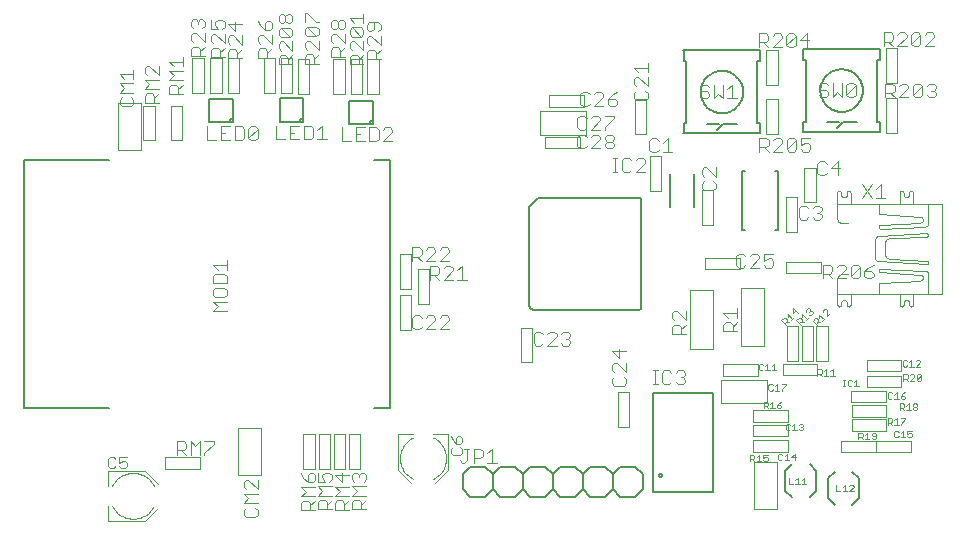
<source format=gto>
G75*
G70*
%OFA0B0*%
%FSLAX24Y24*%
%IPPOS*%
%LPD*%
%AMOC8*
5,1,8,0,0,1.08239X$1,22.5*
%
%ADD10C,0.0050*%
%ADD11C,0.0040*%
%ADD12C,0.0020*%
%ADD13C,0.0080*%
%ADD14C,0.0030*%
D10*
X012061Y012634D02*
X012602Y012634D01*
X012602Y004366D01*
X012061Y004366D01*
X003252Y012634D02*
X000398Y012634D01*
X000398Y004366D01*
X003252Y004366D01*
X017535Y011370D02*
X020880Y011370D01*
X020897Y011368D01*
X020914Y011364D01*
X020930Y011357D01*
X020944Y011347D01*
X020957Y011334D01*
X020967Y011320D01*
X020974Y011304D01*
X020978Y011287D01*
X020980Y011270D01*
X020980Y007730D01*
X020978Y007713D01*
X020974Y007696D01*
X020967Y007680D01*
X020957Y007666D01*
X020944Y007653D01*
X020930Y007643D01*
X020914Y007636D01*
X020897Y007632D01*
X020880Y007630D01*
X017437Y007630D01*
X017411Y007632D01*
X017386Y007637D01*
X017362Y007645D01*
X017338Y007656D01*
X017317Y007671D01*
X017298Y007688D01*
X017281Y007707D01*
X017266Y007729D01*
X017255Y007752D01*
X017247Y007776D01*
X017242Y007801D01*
X017240Y007827D01*
X017240Y011075D01*
X017535Y011370D01*
X026379Y013562D02*
X028941Y013562D01*
X028941Y016330D02*
X026379Y016330D01*
X026953Y014940D02*
X026955Y014993D01*
X026961Y015045D01*
X026971Y015097D01*
X026984Y015148D01*
X027002Y015198D01*
X027023Y015247D01*
X027048Y015294D01*
X027076Y015338D01*
X027107Y015381D01*
X027142Y015421D01*
X027179Y015458D01*
X027219Y015493D01*
X027262Y015524D01*
X027307Y015552D01*
X027353Y015577D01*
X027402Y015598D01*
X027452Y015616D01*
X027503Y015629D01*
X027555Y015639D01*
X027607Y015645D01*
X027660Y015647D01*
X027713Y015645D01*
X027765Y015639D01*
X027817Y015629D01*
X027868Y015616D01*
X027918Y015598D01*
X027967Y015577D01*
X028014Y015552D01*
X028058Y015524D01*
X028101Y015493D01*
X028141Y015458D01*
X028178Y015421D01*
X028213Y015381D01*
X028244Y015338D01*
X028272Y015293D01*
X028297Y015247D01*
X028318Y015198D01*
X028336Y015148D01*
X028349Y015097D01*
X028359Y015045D01*
X028365Y014993D01*
X028367Y014940D01*
X028365Y014887D01*
X028359Y014835D01*
X028349Y014783D01*
X028336Y014732D01*
X028318Y014682D01*
X028297Y014633D01*
X028272Y014586D01*
X028244Y014542D01*
X028213Y014499D01*
X028178Y014459D01*
X028141Y014422D01*
X028101Y014387D01*
X028058Y014356D01*
X028013Y014328D01*
X027967Y014303D01*
X027918Y014282D01*
X027868Y014264D01*
X027817Y014251D01*
X027765Y014241D01*
X027713Y014235D01*
X027660Y014233D01*
X027607Y014235D01*
X027555Y014241D01*
X027503Y014251D01*
X027452Y014264D01*
X027402Y014282D01*
X027353Y014303D01*
X027306Y014328D01*
X027262Y014356D01*
X027219Y014387D01*
X027179Y014422D01*
X027142Y014459D01*
X027107Y014499D01*
X027076Y014542D01*
X027048Y014587D01*
X027023Y014633D01*
X027002Y014682D01*
X026984Y014732D01*
X026971Y014783D01*
X026961Y014835D01*
X026955Y014887D01*
X026953Y014940D01*
X026380Y016318D02*
X026380Y015973D01*
X026479Y015973D01*
X026479Y013907D01*
X026380Y013907D01*
X026380Y013562D01*
X028940Y016318D02*
X028940Y015973D01*
X028841Y015973D01*
X028841Y013907D01*
X028940Y013907D01*
X028940Y013562D01*
X028160Y013890D02*
X027710Y013890D01*
X027510Y013690D01*
X027560Y013890D02*
X027160Y013890D01*
X024951Y013512D02*
X022389Y013512D01*
X022389Y016280D02*
X024951Y016280D01*
X022963Y014890D02*
X022965Y014943D01*
X022971Y014995D01*
X022981Y015047D01*
X022994Y015098D01*
X023012Y015148D01*
X023033Y015197D01*
X023058Y015244D01*
X023086Y015288D01*
X023117Y015331D01*
X023152Y015371D01*
X023189Y015408D01*
X023229Y015443D01*
X023272Y015474D01*
X023317Y015502D01*
X023363Y015527D01*
X023412Y015548D01*
X023462Y015566D01*
X023513Y015579D01*
X023565Y015589D01*
X023617Y015595D01*
X023670Y015597D01*
X023723Y015595D01*
X023775Y015589D01*
X023827Y015579D01*
X023878Y015566D01*
X023928Y015548D01*
X023977Y015527D01*
X024024Y015502D01*
X024068Y015474D01*
X024111Y015443D01*
X024151Y015408D01*
X024188Y015371D01*
X024223Y015331D01*
X024254Y015288D01*
X024282Y015243D01*
X024307Y015197D01*
X024328Y015148D01*
X024346Y015098D01*
X024359Y015047D01*
X024369Y014995D01*
X024375Y014943D01*
X024377Y014890D01*
X024375Y014837D01*
X024369Y014785D01*
X024359Y014733D01*
X024346Y014682D01*
X024328Y014632D01*
X024307Y014583D01*
X024282Y014536D01*
X024254Y014492D01*
X024223Y014449D01*
X024188Y014409D01*
X024151Y014372D01*
X024111Y014337D01*
X024068Y014306D01*
X024023Y014278D01*
X023977Y014253D01*
X023928Y014232D01*
X023878Y014214D01*
X023827Y014201D01*
X023775Y014191D01*
X023723Y014185D01*
X023670Y014183D01*
X023617Y014185D01*
X023565Y014191D01*
X023513Y014201D01*
X023462Y014214D01*
X023412Y014232D01*
X023363Y014253D01*
X023316Y014278D01*
X023272Y014306D01*
X023229Y014337D01*
X023189Y014372D01*
X023152Y014409D01*
X023117Y014449D01*
X023086Y014492D01*
X023058Y014537D01*
X023033Y014583D01*
X023012Y014632D01*
X022994Y014682D01*
X022981Y014733D01*
X022971Y014785D01*
X022965Y014837D01*
X022963Y014890D01*
X022390Y016268D02*
X022390Y015923D01*
X022489Y015923D01*
X022489Y013857D01*
X022390Y013857D01*
X022390Y013512D01*
X024950Y016268D02*
X024950Y015923D01*
X024851Y015923D01*
X024851Y013857D01*
X024950Y013857D01*
X024950Y013512D01*
X024170Y013840D02*
X023720Y013840D01*
X023520Y013640D01*
X023570Y013840D02*
X023170Y013840D01*
X007374Y014674D02*
X007374Y013985D01*
X007374Y013886D01*
X007275Y013886D01*
X006586Y013886D01*
X006586Y014674D01*
X007374Y014674D01*
X007374Y013985D02*
X007275Y013985D01*
X007275Y013886D01*
X009714Y014694D02*
X009714Y014005D01*
X009714Y013906D01*
X009615Y013906D01*
X008926Y013906D01*
X008926Y014694D01*
X009714Y014694D01*
X009714Y014005D02*
X009615Y014005D01*
X009615Y013906D01*
X012034Y014604D02*
X012034Y013915D01*
X012034Y013816D01*
X011935Y013816D01*
X011246Y013816D01*
X011246Y014604D01*
X012034Y014604D01*
X012034Y013915D02*
X011935Y013915D01*
X011935Y013816D01*
X026595Y002481D02*
X026812Y002265D01*
X026812Y001595D01*
X026595Y001379D01*
X026005Y001379D02*
X025788Y001595D01*
X025788Y002265D01*
X026005Y002481D01*
X028015Y002231D02*
X028232Y002015D01*
X028232Y001345D01*
X028015Y001129D01*
X027425Y001129D02*
X027208Y001345D01*
X027208Y002015D01*
X027425Y002231D01*
X021380Y001570D02*
X021380Y004870D01*
X023380Y004870D01*
X023380Y001570D01*
X021380Y001570D01*
X021580Y002120D02*
X021582Y002133D01*
X021587Y002146D01*
X021596Y002157D01*
X021607Y002164D01*
X021620Y002169D01*
X021633Y002170D01*
X021647Y002167D01*
X021659Y002161D01*
X021669Y002152D01*
X021676Y002140D01*
X021680Y002127D01*
X021680Y002113D01*
X021676Y002100D01*
X021669Y002088D01*
X021659Y002079D01*
X021647Y002073D01*
X021633Y002070D01*
X021620Y002071D01*
X021607Y002076D01*
X021596Y002083D01*
X021587Y002094D01*
X021582Y002107D01*
X021580Y002120D01*
X024448Y010306D02*
X024349Y010306D01*
X024349Y012274D01*
X024448Y012274D01*
X025432Y012274D02*
X025531Y012274D01*
X025531Y010306D01*
X025432Y010306D01*
X022744Y011069D02*
X022744Y012151D01*
X021956Y012151D02*
X021956Y011069D01*
D11*
X007166Y007592D02*
X006706Y007592D01*
X006859Y007745D01*
X006706Y007898D01*
X007166Y007898D01*
X006706Y008282D02*
X006706Y008129D01*
X006782Y008052D01*
X007089Y008052D01*
X007166Y008129D01*
X007166Y008282D01*
X007089Y008359D01*
X006782Y008359D01*
X006706Y008282D01*
X006706Y008512D02*
X007166Y008512D01*
X007166Y008742D01*
X007089Y008819D01*
X006782Y008819D01*
X006706Y008742D01*
X006706Y008512D01*
X006859Y008973D02*
X006706Y009126D01*
X007166Y009126D01*
X007166Y008973D02*
X007166Y009279D01*
X020031Y012226D02*
X020184Y012226D01*
X020108Y012226D02*
X020108Y012686D01*
X020184Y012686D02*
X020031Y012686D01*
X020645Y012610D02*
X020568Y012686D01*
X020415Y012686D01*
X020338Y012610D01*
X020338Y012303D01*
X020415Y012226D01*
X020568Y012226D01*
X020645Y012303D01*
X021105Y012226D02*
X020798Y012226D01*
X021105Y012533D01*
X021105Y012610D01*
X021028Y012686D01*
X020875Y012686D01*
X020798Y012610D01*
X031020Y008172D02*
X027516Y008172D01*
X027516Y008668D01*
X027518Y008690D01*
X027523Y008712D01*
X027532Y008733D01*
X027543Y008752D01*
X027558Y008769D01*
X027575Y008784D01*
X027594Y008795D01*
X027615Y008804D01*
X027637Y008809D01*
X027659Y008811D01*
X027659Y008812D02*
X027869Y008812D01*
X027885Y010528D02*
X027654Y010528D01*
X027632Y010530D01*
X027611Y010535D01*
X027591Y010543D01*
X027573Y010554D01*
X027556Y010568D01*
X027542Y010585D01*
X027531Y010603D01*
X027523Y010623D01*
X027518Y010644D01*
X027516Y010666D01*
X027516Y011169D01*
X029596Y011169D01*
X031020Y011169D01*
X031020Y008172D01*
X027516Y011169D02*
X027516Y011538D01*
X027515Y011539D02*
X027516Y011552D01*
X027521Y011565D01*
X027528Y011577D01*
X027538Y011587D01*
X027550Y011594D01*
X027563Y011599D01*
X027576Y011600D01*
X027576Y011599D02*
X027576Y011599D01*
X027591Y011597D01*
X027605Y011592D01*
X027617Y011585D01*
X027628Y011574D01*
X027635Y011562D01*
X027640Y011548D01*
X027642Y011533D01*
X027643Y011533D02*
X027643Y011472D01*
X027645Y011455D01*
X027650Y011438D01*
X027658Y011423D01*
X027669Y011410D01*
X027682Y011399D01*
X027697Y011391D01*
X027714Y011386D01*
X027731Y011384D01*
X027742Y011384D01*
X027759Y011386D01*
X027776Y011391D01*
X027791Y011399D01*
X027804Y011410D01*
X027815Y011423D01*
X027823Y011438D01*
X027828Y011455D01*
X027830Y011472D01*
X027830Y011538D01*
X027832Y011552D01*
X027836Y011564D01*
X027843Y011576D01*
X027853Y011586D01*
X027865Y011593D01*
X027877Y011597D01*
X027891Y011599D01*
X027906Y011597D01*
X027920Y011592D01*
X027932Y011585D01*
X027943Y011574D01*
X027950Y011562D01*
X027955Y011548D01*
X027957Y011533D01*
X027957Y011191D01*
X029596Y011169D02*
X029596Y011538D01*
X029597Y011539D02*
X029598Y011552D01*
X029603Y011565D01*
X029610Y011576D01*
X029620Y011586D01*
X029631Y011593D01*
X029644Y011598D01*
X029657Y011599D01*
X029657Y011599D01*
X029672Y011597D01*
X029686Y011592D01*
X029698Y011585D01*
X029709Y011574D01*
X029716Y011562D01*
X029721Y011548D01*
X029723Y011533D01*
X029723Y011472D01*
X029724Y011472D02*
X029726Y011455D01*
X029731Y011438D01*
X029739Y011423D01*
X029750Y011410D01*
X029763Y011399D01*
X029778Y011391D01*
X029795Y011386D01*
X029812Y011384D01*
X029823Y011384D01*
X029840Y011386D01*
X029857Y011391D01*
X029872Y011399D01*
X029885Y011410D01*
X029896Y011423D01*
X029904Y011438D01*
X029909Y011455D01*
X029911Y011472D01*
X029911Y011538D01*
X029913Y011552D01*
X029917Y011564D01*
X029924Y011576D01*
X029934Y011586D01*
X029946Y011593D01*
X029958Y011597D01*
X029972Y011599D01*
X029987Y011597D01*
X030001Y011592D01*
X030013Y011585D01*
X030024Y011574D01*
X030031Y011562D01*
X030036Y011548D01*
X030038Y011533D01*
X030038Y011191D01*
X030038Y008172D02*
X030038Y007802D01*
X030037Y007802D02*
X030036Y007789D01*
X030031Y007776D01*
X030024Y007765D01*
X030014Y007755D01*
X030003Y007748D01*
X029990Y007743D01*
X029977Y007742D01*
X029977Y007741D02*
X029977Y007741D01*
X029962Y007743D01*
X029948Y007748D01*
X029936Y007755D01*
X029925Y007766D01*
X029918Y007778D01*
X029913Y007792D01*
X029911Y007807D01*
X029911Y007868D01*
X029909Y007885D01*
X029904Y007902D01*
X029896Y007917D01*
X029885Y007930D01*
X029872Y007941D01*
X029857Y007949D01*
X029840Y007954D01*
X029823Y007956D01*
X029812Y007956D01*
X029795Y007954D01*
X029778Y007949D01*
X029763Y007941D01*
X029750Y007930D01*
X029739Y007917D01*
X029731Y007902D01*
X029726Y007885D01*
X029724Y007868D01*
X029723Y007868D02*
X029723Y007802D01*
X029724Y007802D02*
X029722Y007788D01*
X029718Y007776D01*
X029711Y007764D01*
X029701Y007754D01*
X029689Y007747D01*
X029677Y007743D01*
X029663Y007741D01*
X029648Y007743D01*
X029634Y007748D01*
X029622Y007755D01*
X029611Y007766D01*
X029604Y007778D01*
X029599Y007792D01*
X029597Y007807D01*
X029596Y007807D02*
X029596Y008150D01*
X027957Y008172D02*
X027957Y007802D01*
X027958Y007802D02*
X027956Y007789D01*
X027952Y007776D01*
X027945Y007764D01*
X027935Y007754D01*
X027923Y007747D01*
X027910Y007742D01*
X027897Y007741D01*
X027896Y007741D02*
X027896Y007741D01*
X027881Y007743D01*
X027867Y007748D01*
X027855Y007755D01*
X027844Y007766D01*
X027837Y007778D01*
X027832Y007792D01*
X027830Y007807D01*
X027830Y007868D01*
X027828Y007885D01*
X027823Y007902D01*
X027815Y007917D01*
X027804Y007930D01*
X027791Y007941D01*
X027776Y007949D01*
X027759Y007954D01*
X027742Y007956D01*
X027731Y007956D01*
X027714Y007954D01*
X027697Y007949D01*
X027682Y007941D01*
X027669Y007930D01*
X027658Y007917D01*
X027650Y007902D01*
X027645Y007885D01*
X027643Y007868D01*
X027643Y007802D01*
X027641Y007788D01*
X027637Y007776D01*
X027630Y007764D01*
X027620Y007754D01*
X027608Y007747D01*
X027596Y007743D01*
X027582Y007741D01*
X027567Y007743D01*
X027553Y007748D01*
X027541Y007755D01*
X027530Y007766D01*
X027523Y007778D01*
X027518Y007792D01*
X027516Y007807D01*
X027516Y008177D01*
X030551Y008194D02*
X030551Y008801D01*
X030549Y008823D01*
X030544Y008844D01*
X030536Y008864D01*
X030525Y008882D01*
X030511Y008899D01*
X030494Y008913D01*
X030476Y008924D01*
X030456Y008932D01*
X030435Y008937D01*
X030413Y008939D01*
X030397Y008939D01*
X028951Y009005D01*
X028937Y009004D01*
X028923Y009000D01*
X028912Y008992D01*
X028902Y008982D01*
X028895Y008970D01*
X028891Y008957D01*
X028890Y008943D01*
X028893Y008929D01*
X028899Y008916D01*
X028907Y008906D01*
X028919Y008897D01*
X028931Y008891D01*
X028945Y008889D01*
X030281Y008801D01*
X030280Y008801D02*
X030299Y008798D01*
X030316Y008791D01*
X030332Y008782D01*
X030346Y008769D01*
X030357Y008754D01*
X030365Y008738D01*
X030370Y008720D01*
X030371Y008701D01*
X030369Y008683D01*
X030363Y008665D01*
X030354Y008649D01*
X030342Y008635D01*
X030327Y008623D01*
X030311Y008614D01*
X030293Y008609D01*
X030275Y008607D01*
X030275Y008608D02*
X028934Y008519D01*
X028922Y008517D01*
X028911Y008511D01*
X028902Y008503D01*
X028895Y008493D01*
X028891Y008482D01*
X028890Y008470D01*
X028890Y008194D01*
X028907Y009242D02*
X028886Y009244D01*
X028866Y009249D01*
X028847Y009257D01*
X028829Y009267D01*
X028813Y009281D01*
X028799Y009297D01*
X028789Y009315D01*
X028781Y009334D01*
X028776Y009354D01*
X028774Y009375D01*
X028906Y009242D02*
X030491Y009160D01*
X030490Y009159D02*
X030504Y009160D01*
X030517Y009165D01*
X030528Y009173D01*
X030537Y009183D01*
X030543Y009196D01*
X030546Y009209D01*
X030545Y009223D01*
X030540Y009236D01*
X030532Y009247D01*
X030522Y009256D01*
X030509Y009262D01*
X030496Y009265D01*
X030496Y009264D02*
X029271Y009331D01*
X029247Y009333D01*
X029223Y009338D01*
X029200Y009346D01*
X029179Y009358D01*
X029159Y009373D01*
X029142Y009390D01*
X029127Y009410D01*
X029115Y009431D01*
X029107Y009454D01*
X029102Y009478D01*
X029100Y009502D01*
X029100Y009849D01*
X029099Y009849D02*
X029101Y009873D01*
X029106Y009896D01*
X029114Y009918D01*
X029125Y009939D01*
X029140Y009958D01*
X029156Y009974D01*
X029175Y009989D01*
X029196Y010000D01*
X029218Y010008D01*
X029241Y010013D01*
X029265Y010015D01*
X029293Y010015D01*
X030491Y010070D01*
X030504Y010072D01*
X030517Y010078D01*
X030528Y010087D01*
X030536Y010098D01*
X030541Y010111D01*
X030543Y010125D01*
X030541Y010139D01*
X030536Y010152D01*
X030528Y010163D01*
X030517Y010172D01*
X030504Y010178D01*
X030491Y010180D01*
X030491Y010181D02*
X028918Y010098D01*
X028895Y010096D01*
X028874Y010091D01*
X028853Y010082D01*
X028833Y010070D01*
X028816Y010056D01*
X028802Y010039D01*
X028790Y010019D01*
X028781Y009998D01*
X028776Y009977D01*
X028774Y009954D01*
X028774Y009375D01*
X030551Y011147D02*
X030551Y010539D01*
X030549Y010517D01*
X030544Y010496D01*
X030536Y010476D01*
X030525Y010458D01*
X030511Y010441D01*
X030494Y010427D01*
X030476Y010416D01*
X030456Y010408D01*
X030435Y010403D01*
X030413Y010401D01*
X030397Y010401D01*
X028951Y010335D01*
X028937Y010336D01*
X028923Y010340D01*
X028912Y010348D01*
X028902Y010358D01*
X028895Y010370D01*
X028891Y010383D01*
X028890Y010397D01*
X028893Y010411D01*
X028899Y010424D01*
X028907Y010434D01*
X028919Y010443D01*
X028931Y010449D01*
X028945Y010451D01*
X030281Y010539D01*
X030280Y010539D02*
X030299Y010542D01*
X030316Y010549D01*
X030332Y010558D01*
X030346Y010571D01*
X030357Y010586D01*
X030365Y010602D01*
X030370Y010620D01*
X030371Y010639D01*
X030369Y010657D01*
X030363Y010675D01*
X030354Y010691D01*
X030342Y010705D01*
X030327Y010717D01*
X030311Y010726D01*
X030293Y010731D01*
X030275Y010733D01*
X028934Y010821D01*
X028922Y010823D01*
X028911Y010829D01*
X028902Y010837D01*
X028895Y010847D01*
X028891Y010858D01*
X028890Y010870D01*
X028890Y010871D02*
X028890Y011147D01*
X028657Y011350D02*
X028350Y011810D01*
X028657Y011810D02*
X028350Y011350D01*
X028810Y011657D02*
X028964Y011810D01*
X028964Y011350D01*
X029117Y011350D02*
X028810Y011350D01*
X027207Y015114D02*
X027130Y015190D01*
X026977Y015190D01*
X026900Y015114D01*
X026900Y015037D01*
X026977Y014960D01*
X027130Y014960D01*
X027207Y014883D01*
X027207Y014807D01*
X027130Y014730D01*
X026977Y014730D01*
X026900Y014807D01*
X027360Y015190D02*
X027360Y014730D01*
X027514Y014883D01*
X027667Y014730D01*
X027667Y015190D01*
X027821Y014807D02*
X027821Y015114D01*
X027897Y015190D01*
X028051Y015190D01*
X028128Y015114D01*
X028128Y014807D01*
X028051Y014730D01*
X027897Y014730D01*
X027821Y014807D01*
X028128Y015114D01*
X023237Y015064D02*
X023160Y015140D01*
X023007Y015140D01*
X022930Y015064D01*
X022930Y014987D01*
X023007Y014910D01*
X023160Y014910D01*
X023237Y014833D01*
X023237Y014757D01*
X023160Y014680D01*
X023007Y014680D01*
X022930Y014757D01*
X023390Y015140D02*
X023390Y014680D01*
X023544Y014833D01*
X023697Y014680D01*
X023697Y015140D01*
X023851Y014987D02*
X024004Y015140D01*
X024004Y014680D01*
X023851Y014680D02*
X024158Y014680D01*
X006507Y013752D02*
X006507Y013291D01*
X006814Y013291D01*
X007274Y013752D02*
X006967Y013752D01*
X006967Y013291D01*
X007274Y013291D01*
X007121Y013521D02*
X006967Y013521D01*
X007428Y013752D02*
X007428Y013291D01*
X007658Y013291D01*
X007735Y013368D01*
X007735Y013675D01*
X007658Y013752D01*
X007428Y013752D01*
X007888Y013368D02*
X007888Y013675D01*
X007965Y013752D01*
X008118Y013752D01*
X008195Y013675D01*
X008195Y013368D01*
X008118Y013291D01*
X007965Y013291D01*
X007888Y013368D01*
X008195Y013675D01*
X008807Y013772D02*
X008807Y013311D01*
X009114Y013311D01*
X009574Y013772D02*
X009267Y013772D01*
X009267Y013311D01*
X009574Y013311D01*
X009421Y013541D02*
X009267Y013541D01*
X009728Y013772D02*
X009728Y013311D01*
X009958Y013311D01*
X010035Y013388D01*
X010035Y013695D01*
X009958Y013772D01*
X009728Y013772D01*
X010188Y013618D02*
X010342Y013772D01*
X010342Y013311D01*
X010495Y013311D02*
X010188Y013311D01*
X010997Y013712D02*
X010997Y013251D01*
X011304Y013251D01*
X011764Y013712D02*
X011457Y013712D01*
X011457Y013251D01*
X011764Y013251D01*
X011611Y013481D02*
X011457Y013481D01*
X011918Y013712D02*
X011918Y013251D01*
X012148Y013251D01*
X012225Y013328D01*
X012225Y013635D01*
X012148Y013712D01*
X011918Y013712D01*
X012685Y013251D02*
X012378Y013251D01*
X012685Y013558D01*
X012685Y013635D01*
X012608Y013712D01*
X012455Y013712D01*
X012378Y013635D01*
X014930Y002617D02*
X015007Y002540D01*
X015083Y002540D01*
X015160Y002617D01*
X015160Y003000D01*
X015083Y003000D02*
X015237Y003000D01*
X015390Y002540D02*
X015390Y003000D01*
X015621Y003000D01*
X015697Y002924D01*
X015697Y002770D01*
X015621Y002693D01*
X015390Y002693D01*
X015851Y002847D02*
X016004Y003000D01*
X016004Y002540D01*
X015851Y002540D02*
X016158Y002540D01*
X013930Y008640D02*
X013930Y009100D01*
X014160Y009100D01*
X014237Y009024D01*
X014237Y008870D01*
X014160Y008793D01*
X013930Y008793D01*
X014083Y008793D02*
X014237Y008640D01*
X014697Y008640D02*
X014390Y008640D01*
X014697Y008947D01*
X014697Y009024D01*
X014621Y009100D01*
X014467Y009100D01*
X014390Y009024D01*
X014851Y008947D02*
X015004Y009100D01*
X015004Y008640D01*
X014851Y008640D02*
X015158Y008640D01*
X013350Y009250D02*
X013350Y009710D01*
X013580Y009710D01*
X013657Y009634D01*
X013657Y009480D01*
X013580Y009403D01*
X013350Y009403D01*
X013503Y009403D02*
X013657Y009250D01*
X014117Y009250D02*
X013810Y009250D01*
X014117Y009557D01*
X014117Y009634D01*
X014041Y009710D01*
X013887Y009710D01*
X013810Y009634D01*
X014578Y009250D02*
X014271Y009250D01*
X014578Y009557D01*
X014578Y009634D01*
X014501Y009710D01*
X014347Y009710D01*
X014271Y009634D01*
X020806Y014937D02*
X020730Y014860D01*
X020730Y014707D01*
X020806Y014630D01*
X021113Y014630D01*
X021190Y014707D01*
X021190Y014860D01*
X021113Y014937D01*
X021190Y015397D02*
X021190Y015090D01*
X020883Y015397D01*
X020806Y015397D01*
X020730Y015321D01*
X020730Y015167D01*
X020806Y015090D01*
X020883Y015551D02*
X020730Y015704D01*
X021190Y015704D01*
X021190Y015551D02*
X021190Y015858D01*
X013657Y007374D02*
X013580Y007450D01*
X013427Y007450D01*
X013350Y007374D01*
X013350Y007067D01*
X013427Y006990D01*
X013580Y006990D01*
X013657Y007067D01*
X014117Y006990D02*
X013810Y006990D01*
X014117Y007297D01*
X014117Y007374D01*
X014041Y007450D01*
X013887Y007450D01*
X013810Y007374D01*
X014578Y006990D02*
X014271Y006990D01*
X014578Y007297D01*
X014578Y007374D01*
X014501Y007450D01*
X014347Y007450D01*
X014271Y007374D01*
X017697Y006824D02*
X017620Y006900D01*
X017467Y006900D01*
X017390Y006824D01*
X017390Y006517D01*
X017467Y006440D01*
X017620Y006440D01*
X017697Y006517D01*
X018157Y006440D02*
X017850Y006440D01*
X018157Y006747D01*
X018157Y006824D01*
X018081Y006900D01*
X017927Y006900D01*
X017850Y006824D01*
X018311Y006824D02*
X018387Y006900D01*
X018541Y006900D01*
X018618Y006824D01*
X018618Y006747D01*
X018541Y006670D01*
X018464Y006670D01*
X018541Y006670D02*
X018618Y006593D01*
X018618Y006517D01*
X018541Y006440D01*
X018387Y006440D01*
X018311Y006517D01*
X020086Y005407D02*
X020010Y005330D01*
X020010Y005177D01*
X020086Y005100D01*
X020393Y005100D01*
X020470Y005177D01*
X020470Y005330D01*
X020393Y005407D01*
X020470Y005867D02*
X020470Y005560D01*
X020163Y005867D01*
X020086Y005867D01*
X020010Y005791D01*
X020010Y005637D01*
X020086Y005560D01*
X020470Y006251D02*
X020010Y006251D01*
X020240Y006021D01*
X020240Y006328D01*
X024456Y009424D02*
X024379Y009500D01*
X024226Y009500D01*
X024149Y009424D01*
X024149Y009117D01*
X024226Y009040D01*
X024379Y009040D01*
X024456Y009117D01*
X024916Y009040D02*
X024609Y009040D01*
X024916Y009347D01*
X024916Y009424D01*
X024839Y009500D01*
X024686Y009500D01*
X024609Y009424D01*
X025376Y009500D02*
X025070Y009500D01*
X025070Y009270D01*
X025223Y009347D01*
X025300Y009347D01*
X025376Y009270D01*
X025376Y009117D01*
X025300Y009040D01*
X025146Y009040D01*
X025070Y009117D01*
X019257Y014814D02*
X019180Y014890D01*
X019027Y014890D01*
X018950Y014814D01*
X018950Y014507D01*
X019027Y014430D01*
X019180Y014430D01*
X019257Y014507D01*
X019717Y014430D02*
X019410Y014430D01*
X019717Y014737D01*
X019717Y014814D01*
X019641Y014890D01*
X019487Y014890D01*
X019410Y014814D01*
X020178Y014890D02*
X020024Y014814D01*
X019871Y014660D01*
X019871Y014507D01*
X019947Y014430D01*
X020101Y014430D01*
X020178Y014507D01*
X020178Y014583D01*
X020101Y014660D01*
X019871Y014660D01*
X019157Y014024D02*
X019080Y014100D01*
X018927Y014100D01*
X018850Y014024D01*
X018850Y013717D01*
X018927Y013640D01*
X019080Y013640D01*
X019157Y013717D01*
X019617Y013640D02*
X019310Y013640D01*
X019617Y013947D01*
X019617Y014024D01*
X019541Y014100D01*
X019387Y014100D01*
X019310Y014024D01*
X019771Y014100D02*
X020078Y014100D01*
X020078Y014024D01*
X019771Y013717D01*
X019771Y013640D01*
X019157Y013394D02*
X019080Y013470D01*
X018927Y013470D01*
X018850Y013394D01*
X018850Y013087D01*
X018927Y013010D01*
X019080Y013010D01*
X019157Y013087D01*
X019617Y013010D02*
X019310Y013010D01*
X019617Y013317D01*
X019617Y013394D01*
X019541Y013470D01*
X019387Y013470D01*
X019310Y013394D01*
X019771Y013394D02*
X019847Y013470D01*
X020001Y013470D01*
X020078Y013394D01*
X020078Y013317D01*
X020001Y013240D01*
X020078Y013163D01*
X020078Y013087D01*
X020001Y013010D01*
X019847Y013010D01*
X019771Y013087D01*
X019771Y013163D01*
X019847Y013240D01*
X019771Y013317D01*
X019771Y013394D01*
X019847Y013240D02*
X020001Y013240D01*
X011800Y000979D02*
X011340Y000979D01*
X011340Y001209D01*
X011416Y001286D01*
X011570Y001286D01*
X011647Y001209D01*
X011647Y000979D01*
X011647Y001132D02*
X011800Y001286D01*
X011800Y001439D02*
X011340Y001439D01*
X011493Y001593D01*
X011340Y001746D01*
X011800Y001746D01*
X011416Y001900D02*
X011340Y001976D01*
X011340Y002130D01*
X011416Y002206D01*
X011493Y002206D01*
X011570Y002130D01*
X011570Y002053D01*
X011570Y002130D02*
X011647Y002206D01*
X011723Y002206D01*
X011800Y002130D01*
X011800Y001976D01*
X011723Y001900D01*
X011230Y000969D02*
X010770Y000969D01*
X010770Y001199D01*
X010846Y001276D01*
X011000Y001276D01*
X011077Y001199D01*
X011077Y000969D01*
X011077Y001122D02*
X011230Y001276D01*
X011230Y001429D02*
X010770Y001429D01*
X010923Y001583D01*
X010770Y001736D01*
X011230Y001736D01*
X011230Y002120D02*
X010770Y002120D01*
X011000Y001890D01*
X011000Y002196D01*
X010660Y000979D02*
X010200Y000979D01*
X010200Y001209D01*
X010276Y001286D01*
X010430Y001286D01*
X010507Y001209D01*
X010507Y000979D01*
X010507Y001132D02*
X010660Y001286D01*
X010660Y001439D02*
X010200Y001439D01*
X010353Y001593D01*
X010200Y001746D01*
X010660Y001746D01*
X010200Y002206D02*
X010200Y001900D01*
X010430Y001900D01*
X010353Y002053D01*
X010353Y002130D01*
X010430Y002206D01*
X010583Y002206D01*
X010660Y002130D01*
X010660Y001976D01*
X010583Y001900D01*
X010100Y000959D02*
X009640Y000959D01*
X009640Y001189D01*
X009716Y001266D01*
X009870Y001266D01*
X009947Y001189D01*
X009947Y000959D01*
X009947Y001112D02*
X010100Y001266D01*
X010100Y001419D02*
X009640Y001419D01*
X009793Y001573D01*
X009640Y001726D01*
X010100Y001726D01*
X009640Y002186D02*
X009716Y002033D01*
X009870Y001880D01*
X010023Y001880D01*
X010100Y001956D01*
X010100Y002110D01*
X010023Y002186D01*
X009947Y002186D01*
X009870Y002110D01*
X009870Y001880D01*
X005700Y014830D02*
X005240Y014830D01*
X005240Y015060D01*
X005316Y015137D01*
X005470Y015137D01*
X005547Y015060D01*
X005547Y014830D01*
X005547Y014983D02*
X005700Y015137D01*
X005700Y015290D02*
X005240Y015290D01*
X005393Y015444D01*
X005240Y015597D01*
X005700Y015597D01*
X005393Y015751D02*
X005240Y015904D01*
X005700Y015904D01*
X005700Y015751D02*
X005700Y016058D01*
X004890Y014540D02*
X004430Y014540D01*
X004430Y014770D01*
X004506Y014847D01*
X004660Y014847D01*
X004737Y014770D01*
X004737Y014540D01*
X004737Y014693D02*
X004890Y014847D01*
X004890Y015000D02*
X004430Y015000D01*
X004583Y015154D01*
X004430Y015307D01*
X004890Y015307D01*
X004890Y015768D02*
X004890Y015461D01*
X004583Y015768D01*
X004506Y015768D01*
X004430Y015691D01*
X004430Y015537D01*
X004506Y015461D01*
X003666Y014717D02*
X003590Y014640D01*
X003590Y014487D01*
X003666Y014410D01*
X003973Y014410D01*
X004050Y014487D01*
X004050Y014640D01*
X003973Y014717D01*
X004050Y014870D02*
X003590Y014870D01*
X003743Y015024D01*
X003590Y015177D01*
X004050Y015177D01*
X003743Y015331D02*
X003590Y015484D01*
X004050Y015484D01*
X004050Y015331D02*
X004050Y015638D01*
X007806Y001036D02*
X007730Y000959D01*
X007730Y000806D01*
X007806Y000729D01*
X008113Y000729D01*
X008190Y000806D01*
X008190Y000959D01*
X008113Y001036D01*
X008190Y001189D02*
X007730Y001189D01*
X007883Y001343D01*
X007730Y001496D01*
X008190Y001496D01*
X008190Y001956D02*
X008190Y001650D01*
X007883Y001956D01*
X007806Y001956D01*
X007730Y001880D01*
X007730Y001726D01*
X007806Y001650D01*
X005500Y002790D02*
X005500Y003250D01*
X005730Y003250D01*
X005807Y003174D01*
X005807Y003020D01*
X005730Y002943D01*
X005500Y002943D01*
X005653Y002943D02*
X005807Y002790D01*
X005960Y002790D02*
X005960Y003250D01*
X006114Y003097D01*
X006267Y003250D01*
X006267Y002790D01*
X006421Y003250D02*
X006728Y003250D01*
X006728Y003174D01*
X006421Y002867D01*
X006421Y002790D01*
X027040Y008680D02*
X027040Y009140D01*
X027270Y009140D01*
X027347Y009064D01*
X027347Y008910D01*
X027270Y008833D01*
X027040Y008833D01*
X027193Y008833D02*
X027347Y008680D01*
X027807Y008680D02*
X027500Y008680D01*
X027807Y008987D01*
X027807Y009064D01*
X027731Y009140D01*
X027577Y009140D01*
X027500Y009064D01*
X027961Y008757D02*
X027961Y009064D01*
X028037Y009140D01*
X028191Y009140D01*
X028268Y009064D01*
X028268Y008757D01*
X028191Y008680D01*
X028037Y008680D01*
X027961Y008757D01*
X028268Y009064D01*
X028728Y009140D02*
X028574Y009064D01*
X028421Y008910D01*
X028421Y008757D01*
X028498Y008680D01*
X028651Y008680D01*
X028728Y008757D01*
X028728Y008833D01*
X028651Y008910D01*
X028421Y008910D01*
X024900Y016390D02*
X024900Y016850D01*
X025130Y016850D01*
X025207Y016774D01*
X025207Y016620D01*
X025130Y016543D01*
X024900Y016543D01*
X025053Y016543D02*
X025207Y016390D01*
X025667Y016390D02*
X025360Y016390D01*
X025667Y016697D01*
X025667Y016774D01*
X025591Y016850D01*
X025437Y016850D01*
X025360Y016774D01*
X025821Y016467D02*
X025821Y016774D01*
X025897Y016850D01*
X026051Y016850D01*
X026128Y016774D01*
X026128Y016467D01*
X026051Y016390D01*
X025897Y016390D01*
X025821Y016467D01*
X026128Y016774D01*
X026511Y016390D02*
X026511Y016850D01*
X026281Y016620D01*
X026588Y016620D01*
X024920Y012900D02*
X024920Y013360D01*
X025150Y013360D01*
X025227Y013284D01*
X025227Y013130D01*
X025150Y013053D01*
X024920Y013053D01*
X025073Y013053D02*
X025227Y012900D01*
X025687Y012900D02*
X025380Y012900D01*
X025687Y013207D01*
X025687Y013284D01*
X025611Y013360D01*
X025457Y013360D01*
X025380Y013284D01*
X025841Y012977D02*
X025841Y013284D01*
X025917Y013360D01*
X026071Y013360D01*
X026148Y013284D01*
X026148Y012977D01*
X026071Y012900D01*
X025917Y012900D01*
X025841Y012977D01*
X026148Y013284D01*
X026608Y013360D02*
X026301Y013360D01*
X026301Y013130D01*
X026454Y013207D01*
X026531Y013207D01*
X026608Y013130D01*
X026608Y012977D01*
X026531Y012900D01*
X026378Y012900D01*
X026301Y012977D01*
X029060Y016420D02*
X029060Y016880D01*
X029290Y016880D01*
X029367Y016804D01*
X029367Y016650D01*
X029290Y016573D01*
X029060Y016573D01*
X029213Y016573D02*
X029367Y016420D01*
X029827Y016420D02*
X029520Y016420D01*
X029827Y016727D01*
X029827Y016804D01*
X029751Y016880D01*
X029597Y016880D01*
X029520Y016804D01*
X029981Y016497D02*
X029981Y016804D01*
X030057Y016880D01*
X030211Y016880D01*
X030288Y016804D01*
X030288Y016497D01*
X030211Y016420D01*
X030057Y016420D01*
X029981Y016497D01*
X030288Y016804D01*
X030748Y016420D02*
X030441Y016420D01*
X030748Y016727D01*
X030748Y016804D01*
X030671Y016880D01*
X030518Y016880D01*
X030441Y016804D01*
X029120Y014710D02*
X029120Y015170D01*
X029350Y015170D01*
X029427Y015094D01*
X029427Y014940D01*
X029350Y014863D01*
X029120Y014863D01*
X029273Y014863D02*
X029427Y014710D01*
X029887Y014710D02*
X029580Y014710D01*
X029887Y015017D01*
X029887Y015094D01*
X029811Y015170D01*
X029657Y015170D01*
X029580Y015094D01*
X030041Y014787D02*
X030041Y015094D01*
X030117Y015170D01*
X030271Y015170D01*
X030348Y015094D01*
X030348Y014787D01*
X030271Y014710D01*
X030117Y014710D01*
X030041Y014787D01*
X030348Y015094D01*
X030501Y015094D02*
X030578Y015170D01*
X030731Y015170D01*
X030808Y015094D01*
X030808Y015017D01*
X030731Y014940D01*
X030654Y014940D01*
X030731Y014940D02*
X030808Y014863D01*
X030808Y014787D01*
X030731Y014710D01*
X030578Y014710D01*
X030501Y014787D01*
X011720Y015820D02*
X011260Y015820D01*
X011260Y016050D01*
X011336Y016127D01*
X011490Y016127D01*
X011567Y016050D01*
X011567Y015820D01*
X011567Y015973D02*
X011720Y016127D01*
X011720Y016587D02*
X011720Y016280D01*
X011413Y016587D01*
X011336Y016587D01*
X011260Y016511D01*
X011260Y016357D01*
X011336Y016280D01*
X011643Y016741D02*
X011336Y016741D01*
X011260Y016817D01*
X011260Y016971D01*
X011336Y017048D01*
X011643Y017048D01*
X011720Y016971D01*
X011720Y016817D01*
X011643Y016741D01*
X011336Y017048D01*
X011413Y017201D02*
X011260Y017354D01*
X011720Y017354D01*
X011720Y017201D02*
X011720Y017508D01*
X012290Y015990D02*
X011830Y015990D01*
X011830Y016220D01*
X011906Y016297D01*
X012060Y016297D01*
X012137Y016220D01*
X012137Y015990D01*
X012137Y016143D02*
X012290Y016297D01*
X012290Y016757D02*
X012290Y016450D01*
X011983Y016757D01*
X011906Y016757D01*
X011830Y016681D01*
X011830Y016527D01*
X011906Y016450D01*
X012213Y016911D02*
X012290Y016987D01*
X012290Y017141D01*
X012213Y017218D01*
X011906Y017218D01*
X011830Y017141D01*
X011830Y016987D01*
X011906Y016911D01*
X011983Y016911D01*
X012060Y016987D01*
X012060Y017218D01*
X011100Y016070D02*
X010640Y016070D01*
X010640Y016300D01*
X010716Y016377D01*
X010870Y016377D01*
X010947Y016300D01*
X010947Y016070D01*
X010947Y016223D02*
X011100Y016377D01*
X011100Y016837D02*
X011100Y016530D01*
X010793Y016837D01*
X010716Y016837D01*
X010640Y016761D01*
X010640Y016607D01*
X010716Y016530D01*
X010716Y016991D02*
X010640Y017067D01*
X010640Y017221D01*
X010716Y017298D01*
X010793Y017298D01*
X010870Y017221D01*
X010947Y017298D01*
X011023Y017298D01*
X011100Y017221D01*
X011100Y017067D01*
X011023Y016991D01*
X010947Y016991D01*
X010870Y017067D01*
X010793Y016991D01*
X010716Y016991D01*
X010870Y017067D02*
X010870Y017221D01*
X009350Y015810D02*
X008890Y015810D01*
X008890Y016040D01*
X008966Y016117D01*
X009120Y016117D01*
X009197Y016040D01*
X009197Y015810D01*
X009197Y015963D02*
X009350Y016117D01*
X009350Y016577D02*
X009350Y016270D01*
X009043Y016577D01*
X008966Y016577D01*
X008890Y016501D01*
X008890Y016347D01*
X008966Y016270D01*
X009273Y016731D02*
X008966Y016731D01*
X008890Y016807D01*
X008890Y016961D01*
X008966Y017038D01*
X009273Y017038D01*
X009350Y016961D01*
X009350Y016807D01*
X009273Y016731D01*
X008966Y017038D01*
X008966Y017191D02*
X008890Y017268D01*
X008890Y017421D01*
X008966Y017498D01*
X009043Y017498D01*
X009120Y017421D01*
X009197Y017498D01*
X009273Y017498D01*
X009350Y017421D01*
X009350Y017268D01*
X009273Y017191D01*
X009197Y017191D01*
X009120Y017268D01*
X009043Y017191D01*
X008966Y017191D01*
X009120Y017268D02*
X009120Y017421D01*
X010230Y015840D02*
X009770Y015840D01*
X009770Y016070D01*
X009846Y016147D01*
X010000Y016147D01*
X010077Y016070D01*
X010077Y015840D01*
X010077Y015993D02*
X010230Y016147D01*
X010230Y016607D02*
X010230Y016300D01*
X009923Y016607D01*
X009846Y016607D01*
X009770Y016531D01*
X009770Y016377D01*
X009846Y016300D01*
X010153Y016761D02*
X009846Y016761D01*
X009770Y016837D01*
X009770Y016991D01*
X009846Y017068D01*
X010153Y017068D01*
X010230Y016991D01*
X010230Y016837D01*
X010153Y016761D01*
X009846Y017068D01*
X009770Y017221D02*
X009770Y017528D01*
X009846Y017528D01*
X010153Y017221D01*
X010230Y017221D01*
X008670Y016040D02*
X008210Y016040D01*
X008210Y016270D01*
X008286Y016347D01*
X008440Y016347D01*
X008517Y016270D01*
X008517Y016040D01*
X008517Y016193D02*
X008670Y016347D01*
X008670Y016807D02*
X008670Y016500D01*
X008363Y016807D01*
X008286Y016807D01*
X008210Y016731D01*
X008210Y016577D01*
X008286Y016500D01*
X008210Y017268D02*
X008286Y017114D01*
X008440Y016961D01*
X008593Y016961D01*
X008670Y017037D01*
X008670Y017191D01*
X008593Y017268D01*
X008517Y017268D01*
X008440Y017191D01*
X008440Y016961D01*
X007090Y016060D02*
X006630Y016060D01*
X006630Y016290D01*
X006706Y016367D01*
X006860Y016367D01*
X006937Y016290D01*
X006937Y016060D01*
X006937Y016213D02*
X007090Y016367D01*
X007090Y016827D02*
X007090Y016520D01*
X006783Y016827D01*
X006706Y016827D01*
X006630Y016751D01*
X006630Y016597D01*
X006706Y016520D01*
X006630Y017288D02*
X006630Y016981D01*
X006860Y016981D01*
X006783Y017134D01*
X006783Y017211D01*
X006860Y017288D01*
X007013Y017288D01*
X007090Y017211D01*
X007090Y017057D01*
X007013Y016981D01*
X007670Y016010D02*
X007210Y016010D01*
X007210Y016240D01*
X007286Y016317D01*
X007440Y016317D01*
X007517Y016240D01*
X007517Y016010D01*
X007517Y016163D02*
X007670Y016317D01*
X007670Y016777D02*
X007670Y016470D01*
X007363Y016777D01*
X007286Y016777D01*
X007210Y016701D01*
X007210Y016547D01*
X007286Y016470D01*
X007670Y017161D02*
X007210Y017161D01*
X007440Y016931D01*
X007440Y017238D01*
X006430Y016090D02*
X005970Y016090D01*
X005970Y016320D01*
X006046Y016397D01*
X006200Y016397D01*
X006277Y016320D01*
X006277Y016090D01*
X006277Y016243D02*
X006430Y016397D01*
X006430Y016857D02*
X006430Y016550D01*
X006123Y016857D01*
X006046Y016857D01*
X005970Y016781D01*
X005970Y016627D01*
X006046Y016550D01*
X006046Y017011D02*
X005970Y017087D01*
X005970Y017241D01*
X006046Y017318D01*
X006123Y017318D01*
X006200Y017241D01*
X006200Y017164D01*
X006200Y017241D02*
X006277Y017318D01*
X006353Y017318D01*
X006430Y017241D01*
X006430Y017087D01*
X006353Y017011D01*
X021370Y005150D02*
X021523Y005150D01*
X021447Y005150D02*
X021447Y005610D01*
X021523Y005610D02*
X021370Y005610D01*
X021984Y005534D02*
X021907Y005610D01*
X021754Y005610D01*
X021677Y005534D01*
X021677Y005227D01*
X021754Y005150D01*
X021907Y005150D01*
X021984Y005227D01*
X022137Y005534D02*
X022214Y005610D01*
X022367Y005610D01*
X022444Y005534D01*
X022444Y005457D01*
X022367Y005380D01*
X022291Y005380D01*
X022367Y005380D02*
X022444Y005303D01*
X022444Y005227D01*
X022367Y005150D01*
X022214Y005150D01*
X022137Y005227D01*
X027157Y012504D02*
X027080Y012580D01*
X026927Y012580D01*
X026850Y012504D01*
X026850Y012197D01*
X026927Y012120D01*
X027080Y012120D01*
X027157Y012197D01*
X027541Y012120D02*
X027541Y012580D01*
X027310Y012350D01*
X027617Y012350D01*
X026537Y011024D02*
X026460Y011100D01*
X026307Y011100D01*
X026230Y011024D01*
X026230Y010717D01*
X026307Y010640D01*
X026460Y010640D01*
X026537Y010717D01*
X026690Y011024D02*
X026767Y011100D01*
X026921Y011100D01*
X026997Y011024D01*
X026997Y010947D01*
X026921Y010870D01*
X026844Y010870D01*
X026921Y010870D02*
X026997Y010793D01*
X026997Y010717D01*
X026921Y010640D01*
X026767Y010640D01*
X026690Y010717D01*
X021557Y013274D02*
X021480Y013350D01*
X021327Y013350D01*
X021250Y013274D01*
X021250Y012967D01*
X021327Y012890D01*
X021480Y012890D01*
X021557Y012967D01*
X021710Y013197D02*
X021864Y013350D01*
X021864Y012890D01*
X022017Y012890D02*
X021710Y012890D01*
X023076Y011917D02*
X023000Y011840D01*
X023000Y011687D01*
X023076Y011610D01*
X023383Y011610D01*
X023460Y011687D01*
X023460Y011840D01*
X023383Y011917D01*
X023460Y012377D02*
X023460Y012070D01*
X023153Y012377D01*
X023076Y012377D01*
X023000Y012301D01*
X023000Y012147D01*
X023076Y012070D01*
X004729Y001765D02*
X004703Y001813D01*
X004674Y001860D01*
X004641Y001905D01*
X004605Y001947D01*
X004566Y001986D01*
X004525Y002023D01*
X004481Y002056D01*
X004435Y002087D01*
X004386Y002113D01*
X004336Y002136D01*
X004284Y002156D01*
X004231Y002172D01*
X004177Y002184D01*
X004123Y002192D01*
X004068Y002196D01*
X004012Y002196D01*
X003957Y002192D01*
X003903Y002184D01*
X003849Y002172D01*
X003796Y002156D01*
X003744Y002136D01*
X003694Y002113D01*
X003645Y002087D01*
X003599Y002056D01*
X003555Y002023D01*
X003514Y001986D01*
X003475Y001947D01*
X003439Y001905D01*
X003406Y001860D01*
X003377Y001813D01*
X003351Y001765D01*
X003351Y001095D02*
X003377Y001047D01*
X003406Y001000D01*
X003439Y000955D01*
X003475Y000913D01*
X003514Y000874D01*
X003555Y000837D01*
X003599Y000804D01*
X003645Y000773D01*
X003694Y000747D01*
X003744Y000724D01*
X003796Y000704D01*
X003849Y000688D01*
X003903Y000676D01*
X003957Y000668D01*
X004012Y000664D01*
X004068Y000664D01*
X004123Y000668D01*
X004177Y000676D01*
X004231Y000688D01*
X004284Y000704D01*
X004336Y000724D01*
X004386Y000747D01*
X004435Y000773D01*
X004481Y000804D01*
X004525Y000837D01*
X004566Y000874D01*
X004605Y000913D01*
X004641Y000955D01*
X004674Y001000D01*
X004703Y001047D01*
X004729Y001095D01*
X003213Y001765D02*
X003213Y002257D01*
X004434Y002257D01*
X004867Y001824D01*
X004867Y001036D02*
X004434Y000603D01*
X003213Y000603D01*
X003213Y001095D01*
X014045Y001991D02*
X014093Y002017D01*
X014140Y002046D01*
X014185Y002079D01*
X014227Y002115D01*
X014266Y002154D01*
X014303Y002195D01*
X014336Y002239D01*
X014367Y002285D01*
X014393Y002334D01*
X014416Y002384D01*
X014436Y002436D01*
X014452Y002489D01*
X014464Y002543D01*
X014472Y002597D01*
X014476Y002652D01*
X014476Y002708D01*
X014472Y002763D01*
X014464Y002817D01*
X014452Y002871D01*
X014436Y002924D01*
X014416Y002976D01*
X014393Y003026D01*
X014367Y003075D01*
X014336Y003121D01*
X014303Y003165D01*
X014266Y003206D01*
X014227Y003245D01*
X014185Y003281D01*
X014140Y003314D01*
X014093Y003343D01*
X014045Y003369D01*
X013375Y003369D02*
X013327Y003343D01*
X013280Y003314D01*
X013235Y003281D01*
X013193Y003245D01*
X013154Y003206D01*
X013117Y003165D01*
X013084Y003121D01*
X013053Y003075D01*
X013027Y003026D01*
X013004Y002976D01*
X012984Y002924D01*
X012968Y002871D01*
X012956Y002817D01*
X012948Y002763D01*
X012944Y002708D01*
X012944Y002652D01*
X012948Y002597D01*
X012956Y002543D01*
X012968Y002489D01*
X012984Y002436D01*
X013004Y002384D01*
X013027Y002334D01*
X013053Y002285D01*
X013084Y002239D01*
X013117Y002195D01*
X013154Y002154D01*
X013193Y002115D01*
X013235Y002079D01*
X013280Y002046D01*
X013327Y002017D01*
X013375Y001991D01*
X014045Y003507D02*
X014537Y003507D01*
X014537Y002286D01*
X014104Y001853D01*
X013316Y001853D02*
X012883Y002286D01*
X012883Y003507D01*
X013375Y003507D01*
X024180Y006910D02*
X023720Y006910D01*
X023720Y007140D01*
X023796Y007217D01*
X023950Y007217D01*
X024027Y007140D01*
X024027Y006910D01*
X024027Y007063D02*
X024180Y007217D01*
X023873Y007370D02*
X023720Y007524D01*
X024180Y007524D01*
X024180Y007677D02*
X024180Y007370D01*
X022470Y006830D02*
X022010Y006830D01*
X022010Y007060D01*
X022086Y007137D01*
X022240Y007137D01*
X022317Y007060D01*
X022317Y006830D01*
X022317Y006983D02*
X022470Y007137D01*
X022470Y007597D02*
X022470Y007290D01*
X022163Y007597D01*
X022086Y007597D01*
X022010Y007521D01*
X022010Y007367D01*
X022086Y007290D01*
D12*
X027713Y005077D02*
X027787Y005077D01*
X027750Y005077D02*
X027750Y005297D01*
X027713Y005297D02*
X027787Y005297D01*
X028007Y005260D02*
X027971Y005297D01*
X027897Y005297D01*
X027861Y005260D01*
X027861Y005113D01*
X027897Y005077D01*
X027971Y005077D01*
X028007Y005113D01*
X028082Y005223D02*
X028155Y005297D01*
X028155Y005077D01*
X028082Y005077D02*
X028228Y005077D01*
X023700Y005810D02*
X024860Y005810D01*
X024860Y005430D01*
X023700Y005430D01*
X023700Y005810D01*
X025037Y005803D02*
X025000Y005840D01*
X024927Y005840D01*
X024890Y005803D01*
X024890Y005657D01*
X024927Y005620D01*
X025000Y005620D01*
X025037Y005657D01*
X025111Y005767D02*
X025184Y005840D01*
X025184Y005620D01*
X025111Y005620D02*
X025258Y005620D01*
X025332Y005767D02*
X025405Y005840D01*
X025405Y005620D01*
X025332Y005620D02*
X025479Y005620D01*
X028490Y005960D02*
X029650Y005960D01*
X029650Y005580D01*
X028490Y005580D01*
X028490Y005960D01*
X029837Y005923D02*
X029800Y005960D01*
X029727Y005960D01*
X029690Y005923D01*
X029690Y005777D01*
X029727Y005740D01*
X029800Y005740D01*
X029837Y005777D01*
X029911Y005887D02*
X029984Y005960D01*
X029984Y005740D01*
X029911Y005740D02*
X030058Y005740D01*
X030279Y005740D02*
X030132Y005740D01*
X030279Y005887D01*
X030279Y005923D01*
X030242Y005960D01*
X030169Y005960D01*
X030132Y005923D01*
X025880Y003410D02*
X024720Y003410D01*
X024720Y003790D01*
X025880Y003790D01*
X025880Y003410D01*
X025937Y003793D02*
X025900Y003830D01*
X025827Y003830D01*
X025790Y003793D01*
X025790Y003647D01*
X025827Y003610D01*
X025900Y003610D01*
X025937Y003647D01*
X026011Y003757D02*
X026084Y003830D01*
X026084Y003610D01*
X026011Y003610D02*
X026158Y003610D01*
X026232Y003793D02*
X026269Y003830D01*
X026342Y003830D01*
X026379Y003793D01*
X026379Y003757D01*
X026342Y003720D01*
X026305Y003720D01*
X026342Y003720D02*
X026379Y003683D01*
X026379Y003647D01*
X026342Y003610D01*
X026269Y003610D01*
X026232Y003647D01*
X025497Y002557D02*
X025497Y001003D01*
X024723Y001003D02*
X024723Y002557D01*
X025497Y002557D01*
X025497Y001003D02*
X024723Y001003D01*
X025687Y002803D02*
X025650Y002840D01*
X025577Y002840D01*
X025540Y002803D01*
X025540Y002657D01*
X025577Y002620D01*
X025650Y002620D01*
X025687Y002657D01*
X025761Y002767D02*
X025834Y002840D01*
X025834Y002620D01*
X025761Y002620D02*
X025908Y002620D01*
X026092Y002620D02*
X026092Y002840D01*
X025982Y002730D01*
X026129Y002730D01*
X029980Y002890D02*
X028820Y002890D01*
X028820Y003270D01*
X029980Y003270D01*
X029980Y002890D01*
X029557Y003563D02*
X029520Y003600D01*
X029447Y003600D01*
X029410Y003563D01*
X029410Y003417D01*
X029447Y003380D01*
X029520Y003380D01*
X029557Y003417D01*
X029631Y003527D02*
X029704Y003600D01*
X029704Y003380D01*
X029631Y003380D02*
X029778Y003380D01*
X029999Y003600D02*
X029852Y003600D01*
X029852Y003490D01*
X029925Y003527D01*
X029962Y003527D01*
X029999Y003490D01*
X029999Y003417D01*
X029962Y003380D01*
X029889Y003380D01*
X029852Y003417D01*
X027980Y004940D02*
X029140Y004940D01*
X029140Y004560D01*
X027980Y004560D01*
X027980Y004940D01*
X029347Y004843D02*
X029310Y004880D01*
X029237Y004880D01*
X029200Y004843D01*
X029200Y004697D01*
X029237Y004660D01*
X029310Y004660D01*
X029347Y004697D01*
X029421Y004807D02*
X029494Y004880D01*
X029494Y004660D01*
X029421Y004660D02*
X029568Y004660D01*
X029789Y004880D02*
X029715Y004843D01*
X029642Y004770D01*
X029642Y004697D01*
X029679Y004660D01*
X029752Y004660D01*
X029789Y004697D01*
X029789Y004733D01*
X029752Y004770D01*
X029642Y004770D01*
X025177Y005307D02*
X023623Y005307D01*
X025177Y004533D02*
X023623Y004533D01*
X023623Y005307D01*
X025177Y005307D02*
X025177Y004533D01*
X025367Y005123D02*
X025330Y005160D01*
X025257Y005160D01*
X025220Y005123D01*
X025220Y004977D01*
X025257Y004940D01*
X025330Y004940D01*
X025367Y004977D01*
X025441Y005087D02*
X025514Y005160D01*
X025514Y004940D01*
X025441Y004940D02*
X025588Y004940D01*
X025662Y005160D02*
X025809Y005160D01*
X025809Y005123D01*
X025662Y004977D01*
X025662Y004940D01*
X026850Y005450D02*
X025690Y005450D01*
X025690Y005830D01*
X026850Y005830D01*
X026850Y005450D01*
X026847Y005430D02*
X026847Y005650D01*
X026957Y005650D01*
X026994Y005613D01*
X026994Y005540D01*
X026957Y005503D01*
X026847Y005503D01*
X026920Y005503D02*
X026994Y005430D01*
X027068Y005577D02*
X027141Y005650D01*
X027141Y005430D01*
X027068Y005430D02*
X027215Y005430D01*
X027289Y005577D02*
X027362Y005650D01*
X027362Y005430D01*
X027289Y005430D02*
X027436Y005430D01*
X026810Y005940D02*
X026810Y007100D01*
X027190Y007100D01*
X027190Y005940D01*
X026810Y005940D01*
X026851Y007111D02*
X026695Y007267D01*
X026773Y007345D01*
X026825Y007345D01*
X026877Y007293D01*
X026877Y007241D01*
X026799Y007163D01*
X026851Y007215D02*
X026955Y007215D01*
X026904Y007371D02*
X026904Y007475D01*
X027059Y007319D01*
X027007Y007267D02*
X027111Y007371D01*
X027267Y007527D02*
X027164Y007424D01*
X027164Y007631D01*
X027138Y007657D01*
X027086Y007657D01*
X027034Y007605D01*
X027034Y007553D01*
X026710Y007100D02*
X026710Y005940D01*
X026330Y005940D01*
X026330Y007100D01*
X026710Y007100D01*
X026303Y007131D02*
X026147Y007287D01*
X026225Y007365D01*
X026277Y007365D01*
X026329Y007313D01*
X026329Y007261D01*
X026251Y007183D01*
X026303Y007235D02*
X026407Y007235D01*
X026355Y007391D02*
X026355Y007495D01*
X026511Y007339D01*
X026459Y007287D02*
X026563Y007391D01*
X026486Y007573D02*
X026486Y007625D01*
X026537Y007677D01*
X026589Y007677D01*
X026615Y007651D01*
X026615Y007599D01*
X026589Y007573D01*
X026615Y007599D02*
X026667Y007599D01*
X026693Y007573D01*
X026693Y007521D01*
X026641Y007470D01*
X026589Y007470D01*
X025830Y005940D02*
X025830Y007100D01*
X026210Y007100D01*
X026210Y005940D01*
X025830Y005940D01*
X025811Y007131D02*
X025655Y007287D01*
X025733Y007365D01*
X025785Y007365D01*
X025837Y007313D01*
X025837Y007261D01*
X025759Y007183D01*
X025811Y007235D02*
X025915Y007235D01*
X025864Y007391D02*
X025864Y007495D01*
X026019Y007339D01*
X025967Y007287D02*
X026071Y007391D01*
X026201Y007521D02*
X026046Y007677D01*
X026046Y007521D01*
X026150Y007625D01*
X025880Y002900D02*
X024720Y002900D01*
X024720Y003280D01*
X025880Y003280D01*
X025880Y002900D01*
X024607Y002580D02*
X024607Y002800D01*
X024717Y002800D01*
X024754Y002763D01*
X024754Y002690D01*
X024717Y002653D01*
X024607Y002653D01*
X024680Y002653D02*
X024754Y002580D01*
X024828Y002727D02*
X024901Y002800D01*
X024901Y002580D01*
X024828Y002580D02*
X024975Y002580D01*
X025196Y002800D02*
X025049Y002800D01*
X025049Y002690D01*
X025122Y002727D01*
X025159Y002727D01*
X025196Y002690D01*
X025196Y002617D01*
X025159Y002580D01*
X025086Y002580D01*
X025049Y002617D01*
X024720Y004280D02*
X025880Y004280D01*
X025880Y003900D01*
X024720Y003900D01*
X024720Y004280D01*
X025060Y004350D02*
X025060Y004570D01*
X025170Y004570D01*
X025207Y004533D01*
X025207Y004460D01*
X025170Y004423D01*
X025060Y004423D01*
X025133Y004423D02*
X025207Y004350D01*
X025281Y004497D02*
X025354Y004570D01*
X025354Y004350D01*
X025281Y004350D02*
X025428Y004350D01*
X025649Y004570D02*
X025575Y004533D01*
X025502Y004460D01*
X025502Y004387D01*
X025539Y004350D01*
X025612Y004350D01*
X025649Y004387D01*
X025649Y004423D01*
X025612Y004460D01*
X025502Y004460D01*
X027990Y003980D02*
X029150Y003980D01*
X029150Y003600D01*
X027990Y003600D01*
X027990Y003980D01*
X029200Y003800D02*
X029200Y004020D01*
X029310Y004020D01*
X029347Y003983D01*
X029347Y003910D01*
X029310Y003873D01*
X029200Y003873D01*
X029273Y003873D02*
X029347Y003800D01*
X029421Y003947D02*
X029494Y004020D01*
X029494Y003800D01*
X029421Y003800D02*
X029568Y003800D01*
X029642Y004020D02*
X029789Y004020D01*
X029789Y003983D01*
X029642Y003837D01*
X029642Y003800D01*
X029150Y004070D02*
X027990Y004070D01*
X027990Y004450D01*
X029150Y004450D01*
X029150Y004070D01*
X029600Y004290D02*
X029600Y004510D01*
X029710Y004510D01*
X029747Y004473D01*
X029747Y004400D01*
X029710Y004363D01*
X029600Y004363D01*
X029673Y004363D02*
X029747Y004290D01*
X029821Y004437D02*
X029894Y004510D01*
X029894Y004290D01*
X029821Y004290D02*
X029968Y004290D01*
X030042Y004473D02*
X030079Y004510D01*
X030152Y004510D01*
X030189Y004473D01*
X030189Y004437D01*
X030152Y004400D01*
X030189Y004363D01*
X030189Y004327D01*
X030152Y004290D01*
X030079Y004290D01*
X030042Y004327D01*
X030042Y004363D01*
X030079Y004400D01*
X030042Y004437D01*
X030042Y004473D01*
X030079Y004400D02*
X030152Y004400D01*
X028790Y002890D02*
X027630Y002890D01*
X027630Y003270D01*
X028790Y003270D01*
X028790Y002890D01*
X028220Y003310D02*
X028220Y003530D01*
X028330Y003530D01*
X028367Y003493D01*
X028367Y003420D01*
X028330Y003383D01*
X028220Y003383D01*
X028293Y003383D02*
X028367Y003310D01*
X028441Y003457D02*
X028514Y003530D01*
X028514Y003310D01*
X028441Y003310D02*
X028588Y003310D01*
X028662Y003347D02*
X028699Y003310D01*
X028772Y003310D01*
X028809Y003347D01*
X028809Y003493D01*
X028772Y003530D01*
X028699Y003530D01*
X028662Y003493D01*
X028662Y003457D01*
X028699Y003420D01*
X028809Y003420D01*
X029650Y005060D02*
X028490Y005060D01*
X028490Y005440D01*
X029650Y005440D01*
X029650Y005060D01*
X029720Y005260D02*
X029720Y005480D01*
X029830Y005480D01*
X029867Y005443D01*
X029867Y005370D01*
X029830Y005333D01*
X029720Y005333D01*
X029793Y005333D02*
X029867Y005260D01*
X030088Y005260D02*
X029941Y005260D01*
X030088Y005407D01*
X030088Y005443D01*
X030051Y005480D01*
X029978Y005480D01*
X029941Y005443D01*
X030162Y005297D02*
X030162Y005443D01*
X030199Y005480D01*
X030272Y005480D01*
X030309Y005443D01*
X030309Y005297D01*
X030272Y005260D01*
X030199Y005260D01*
X030162Y005297D01*
X030309Y005443D01*
X025897Y002040D02*
X025897Y001820D01*
X026044Y001820D01*
X026118Y001967D02*
X026191Y002040D01*
X026191Y001820D01*
X026118Y001820D02*
X026265Y001820D01*
X026339Y001967D02*
X026412Y002040D01*
X026412Y001820D01*
X026339Y001820D02*
X026486Y001820D01*
X027470Y001800D02*
X027470Y001580D01*
X027617Y001580D01*
X027691Y001727D02*
X027764Y001800D01*
X027764Y001580D01*
X027691Y001580D02*
X027838Y001580D01*
X028059Y001580D02*
X027912Y001580D01*
X028059Y001727D01*
X028059Y001763D01*
X028022Y001800D01*
X027949Y001800D01*
X027912Y001763D01*
X013920Y008990D02*
X013920Y007830D01*
X013540Y007830D01*
X013540Y008990D01*
X013920Y008990D01*
X013320Y009500D02*
X013320Y008340D01*
X012940Y008340D01*
X012940Y009500D01*
X013320Y009500D01*
X021140Y014660D02*
X021140Y013500D01*
X020760Y013500D01*
X020760Y014660D01*
X021140Y014660D01*
X012940Y006970D02*
X012940Y008130D01*
X013320Y008130D01*
X013320Y006970D01*
X012940Y006970D01*
X016960Y005880D02*
X016960Y007040D01*
X017340Y007040D01*
X017340Y005880D01*
X016960Y005880D01*
X020190Y003720D02*
X020190Y004880D01*
X020570Y004880D01*
X020570Y003720D01*
X020190Y003720D01*
X024260Y008980D02*
X023100Y008980D01*
X023100Y009360D01*
X024260Y009360D01*
X024260Y008980D01*
X017910Y014780D02*
X019070Y014780D01*
X019070Y014400D01*
X017910Y014400D01*
X017910Y014780D01*
X017593Y014247D02*
X019147Y014247D01*
X019147Y013473D02*
X017593Y013473D01*
X017593Y014247D01*
X019147Y014247D02*
X019147Y013473D01*
X017780Y013390D02*
X018940Y013390D01*
X018940Y013010D01*
X017780Y013010D01*
X017780Y013390D01*
X011620Y003490D02*
X011620Y002330D01*
X011240Y002330D01*
X011240Y003490D01*
X011620Y003490D01*
X011110Y003490D02*
X011110Y002330D01*
X010730Y002330D01*
X010730Y003490D01*
X011110Y003490D01*
X010610Y003490D02*
X010610Y002330D01*
X010230Y002330D01*
X010230Y003490D01*
X010610Y003490D01*
X010090Y003490D02*
X010090Y002330D01*
X009710Y002330D01*
X009710Y003490D01*
X010090Y003490D01*
X005680Y014440D02*
X005680Y013280D01*
X005300Y013280D01*
X005300Y014440D01*
X005680Y014440D01*
X004760Y014440D02*
X004760Y013280D01*
X004380Y013280D01*
X004380Y014440D01*
X004760Y014440D01*
X004307Y014527D02*
X004307Y012973D01*
X003533Y012973D02*
X003533Y014527D01*
X004307Y014527D01*
X004307Y012973D02*
X003533Y012973D01*
X008307Y003677D02*
X008307Y002123D01*
X007533Y002123D02*
X007533Y003677D01*
X008307Y003677D01*
X008307Y002123D02*
X007533Y002123D01*
X005100Y002710D02*
X006260Y002710D01*
X006260Y002330D01*
X005100Y002330D01*
X005100Y002710D01*
X025820Y009230D02*
X026980Y009230D01*
X026980Y008850D01*
X025820Y008850D01*
X025820Y009230D01*
X025150Y015130D02*
X025150Y016290D01*
X025530Y016290D01*
X025530Y015130D01*
X025150Y015130D01*
X025150Y013490D02*
X025150Y014650D01*
X025530Y014650D01*
X025530Y013490D01*
X025150Y013490D01*
X029140Y015200D02*
X029140Y016360D01*
X029520Y016360D01*
X029520Y015200D01*
X029140Y015200D01*
X029130Y013540D02*
X029130Y014700D01*
X029510Y014700D01*
X029510Y013540D01*
X029130Y013540D01*
X011670Y015990D02*
X011670Y014830D01*
X011290Y014830D01*
X011290Y015990D01*
X011670Y015990D01*
X012230Y016000D02*
X012230Y014840D01*
X011850Y014840D01*
X011850Y016000D01*
X012230Y016000D01*
X011090Y016000D02*
X011090Y014840D01*
X010710Y014840D01*
X010710Y016000D01*
X011090Y016000D01*
X009340Y016010D02*
X009340Y014850D01*
X008960Y014850D01*
X008960Y016010D01*
X009340Y016010D01*
X009920Y016000D02*
X009920Y014840D01*
X009540Y014840D01*
X009540Y016000D01*
X009920Y016000D01*
X008780Y016020D02*
X008780Y014860D01*
X008400Y014860D01*
X008400Y016020D01*
X008780Y016020D01*
X007000Y016030D02*
X007000Y014870D01*
X006620Y014870D01*
X006620Y016030D01*
X007000Y016030D01*
X007570Y016020D02*
X007570Y014860D01*
X007190Y014860D01*
X007190Y016020D01*
X007570Y016020D01*
X006390Y016030D02*
X006390Y014870D01*
X006010Y014870D01*
X006010Y016030D01*
X006390Y016030D01*
X026410Y011210D02*
X026410Y012370D01*
X026790Y012370D01*
X026790Y011210D01*
X026410Y011210D01*
X026180Y011380D02*
X026180Y010220D01*
X025800Y010220D01*
X025800Y011380D01*
X026180Y011380D01*
X021270Y011600D02*
X021270Y012760D01*
X021650Y012760D01*
X021650Y011600D01*
X021270Y011600D01*
X023380Y011620D02*
X023380Y010460D01*
X023000Y010460D01*
X023000Y011620D01*
X023380Y011620D01*
X024313Y006416D02*
X024313Y008364D01*
X025087Y008364D01*
X025087Y006416D01*
X024313Y006416D01*
X022603Y006336D02*
X022603Y008284D01*
X023377Y008284D01*
X023377Y006336D01*
X022603Y006336D01*
D13*
X015030Y002150D02*
X015280Y002400D01*
X015780Y002400D01*
X016030Y002150D01*
X016280Y002400D01*
X016780Y002400D01*
X017030Y002150D01*
X017280Y002400D01*
X017780Y002400D01*
X018030Y002150D01*
X018280Y002400D01*
X018780Y002400D01*
X019030Y002150D01*
X019280Y002400D01*
X019780Y002400D01*
X020030Y002150D01*
X020280Y002400D01*
X020780Y002400D01*
X021030Y002150D01*
X021030Y001650D01*
X020780Y001400D01*
X020280Y001400D01*
X020030Y001650D01*
X019780Y001400D01*
X019280Y001400D01*
X019030Y001650D01*
X018780Y001400D01*
X018280Y001400D01*
X018030Y001650D01*
X017780Y001400D01*
X017280Y001400D01*
X017030Y001650D01*
X016780Y001400D01*
X016280Y001400D01*
X016030Y001650D01*
X015780Y001400D01*
X015280Y001400D01*
X015030Y001650D01*
X015030Y002150D01*
X016030Y002150D02*
X016030Y001650D01*
X017030Y001650D02*
X017030Y002150D01*
X018030Y002150D02*
X018030Y001650D01*
X019030Y001650D02*
X019030Y002150D01*
X020030Y002150D02*
X020030Y001650D01*
D14*
X003455Y002659D02*
X003394Y002721D01*
X003270Y002721D01*
X003209Y002659D01*
X003209Y002412D01*
X003270Y002351D01*
X003394Y002351D01*
X003455Y002412D01*
X003824Y002721D02*
X003577Y002721D01*
X003577Y002536D01*
X003700Y002597D01*
X003762Y002597D01*
X003824Y002536D01*
X003824Y002412D01*
X003762Y002351D01*
X003639Y002351D01*
X003577Y002412D01*
X014692Y003052D02*
X014630Y002990D01*
X014630Y002867D01*
X014692Y002805D01*
X014939Y002805D01*
X015001Y002867D01*
X015001Y002990D01*
X014939Y003052D01*
X014630Y003420D02*
X014692Y003297D01*
X014815Y003173D01*
X014939Y003173D01*
X015001Y003235D01*
X015001Y003358D01*
X014939Y003420D01*
X014877Y003420D01*
X014815Y003358D01*
X014815Y003173D01*
M02*

</source>
